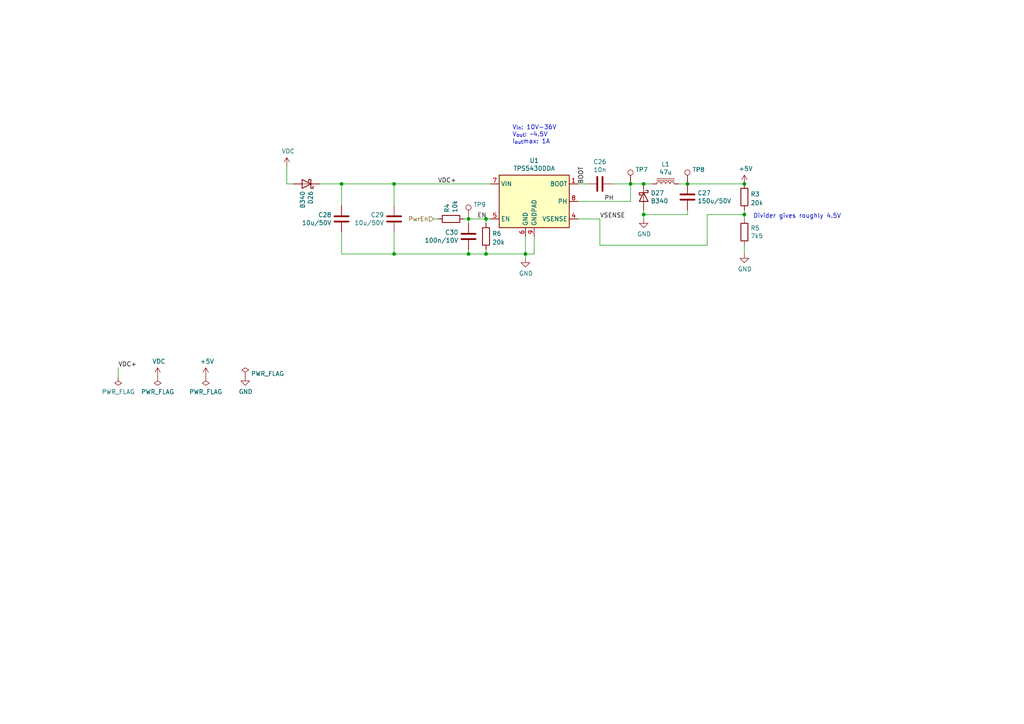
<source format=kicad_sch>
(kicad_sch (version 20211123) (generator eeschema)
  (paper "A4")
  (lib_symbols
    (symbol "Connector:TestPoint" (pin_numbers hide) (pin_names (offset 0.762) hide)
      (property "Reference" "TP" (at 0 6.858 0))
      (property "Value" "TestPoint" (at 0 5.08 0))
      (symbol "TestPoint_0_1"
        (circle (center 0 3.302) (radius 0.762))
      )
      (symbol "TestPoint_1_1"
        (pin passive line (at 0 0 90) (length 2.54) (name "1") (number "1"))
      )
    )
    (symbol "Device:C" (pin_numbers hide) (pin_names (offset 0.254))
      (property "Reference" "C" (at 0.635 2.54 0))
      (property "Value" "C" (at 0.635 -2.54 0))
      (symbol "C_0_1"
        (polyline (pts (xy -2.032 -0.762) (xy 2.032 -0.762)) (stroke (width 0.508)))
        (polyline (pts (xy -2.032 0.762) (xy 2.032 0.762)) (stroke (width 0.508)))
      )
      (symbol "C_1_1"
        (pin passive line (at 0 3.81 270) (length 2.794) (name "~") (number "1"))
        (pin passive line (at 0 -3.81 90) (length 2.794) (name "~") (number "2"))
      )
    )
    (symbol "Device:R" (pin_numbers hide) (pin_names (offset 0))
      (property "Reference" "R" (at 2.032 0 90))
      (property "Value" "R" (at 0 0 90))
      (symbol "R_0_1"
        (rectangle (start -1.016 -2.54) (end 1.016 2.54) (stroke (width 0.254)))
      )
      (symbol "R_1_1"
        (pin passive line (at 0 3.81 270) (length 1.27) (name "~") (number "1"))
        (pin passive line (at 0 -3.81 90) (length 1.27) (name "~") (number "2"))
      )
    )
    (symbol "Diode:B340" (pin_numbers hide) (pin_names (offset 1.016) hide)
      (property "Reference" "D" (at 0 2.54 0))
      (property "Value" "B340" (at 0 -2.54 0))
      (symbol "B340_0_1"
        (polyline (pts (xy 1.27 0) (xy -1.27 0)))
        (polyline (pts (xy 1.27 1.27) (xy 1.27 -1.27) (xy -1.27 0) (xy 1.27 1.27)) (stroke (width 0.254)))
        (polyline (pts (xy -1.905 0.635) (xy -1.905 1.27) (xy -1.27 1.27) (xy -1.27 -1.27) (xy -0.635 -1.27) (xy -0.635 -0.635)) (stroke (width 0.254)))
      )
      (symbol "B340_1_1"
        (pin passive line (at -3.81 0 0) (length 2.54) (name "K") (number "1"))
        (pin passive line (at 3.81 0 180) (length 2.54) (name "A") (number "2"))
      )
    )
    (symbol "LedWall-rescue:L_Core_Iron-Device" (pin_numbers hide) (pin_names (offset 1.016) hide)
      (property "Reference" "L" (at -1.27 0 90))
      (property "Value" "L_Core_Iron-Device" (at 2.794 0 90))
      (symbol "L_Core_Iron-Device_0_1"
        (arc (start 0 -2.54) (mid 0.635 -1.905) (end 0 -1.27))
        (arc (start 0 -1.27) (mid 0.635 -0.635) (end 0 0))
        (polyline (pts (xy 1.016 2.54) (xy 1.016 -2.54)))
        (polyline (pts (xy 1.524 -2.54) (xy 1.524 2.54)))
        (arc (start 0 0) (mid 0.635 0.635) (end 0 1.27))
        (arc (start 0 1.27) (mid 0.635 1.905) (end 0 2.54))
      )
      (symbol "L_Core_Iron-Device_1_1"
        (pin passive line (at 0 3.81 270) (length 1.27) (name "1") (number "1"))
        (pin passive line (at 0 -3.81 90) (length 1.27) (name "2") (number "2"))
      )
    )
    (symbol "Regulator_Switching:TPS5430DDA"
      (property "Reference" "U" (at -10.16 8.89 0))
      (property "Value" "TPS5430DDA" (at -1.27 8.89 0))
      (symbol "TPS5430DDA_0_1"
        (rectangle (start -10.16 7.62) (end 10.16 -7.62) (stroke (width 0.254)) (fill (type background)))
      )
      (symbol "TPS5430DDA_1_1"
        (pin input line (at 12.7 5.08 180) (length 2.54) (name "BOOT") (number "1"))
        (pin no_connect line (at -10.16 2.54 0) (length 2.54) hide (name "NC") (number "2"))
        (pin no_connect line (at -10.16 -2.54 0) (length 2.54) hide (name "NC") (number "3"))
        (pin input line (at 12.7 -5.08 180) (length 2.54) (name "VSENSE") (number "4"))
        (pin input line (at -12.7 -5.08 0) (length 2.54) (name "EN") (number "5"))
        (pin power_in line (at -2.54 -10.16 90) (length 2.54) (name "GND") (number "6"))
        (pin power_in line (at -12.7 5.08 0) (length 2.54) (name "VIN") (number "7"))
        (pin output line (at 12.7 0 180) (length 2.54) (name "PH") (number "8"))
        (pin power_in line (at 0 -10.16 90) (length 2.54) (name "GNDPAD") (number "9"))
      )
    )
    (symbol "power:+5V" (power) (pin_names (offset 0))
      (property "Value" "+5V" (at 0 3.556 0))
      (symbol "+5V_0_1"
        (polyline (pts (xy -0.762 1.27) (xy 0 2.54)))
        (polyline (pts (xy 0 0) (xy 0 2.54)))
        (polyline (pts (xy 0 2.54) (xy 0.762 1.27)))
      )
      (symbol "+5V_1_1"
        (pin power_in line (at 0 0 90) (length 0) hide (name "+5V") (number "1"))
      )
    )
    (symbol "power:GND" (power) (pin_names (offset 0))
      (property "Value" "GND" (at 0 -3.81 0))
      (symbol "GND_0_1"
        (polyline (pts (xy 0 0) (xy 0 -1.27) (xy 1.27 -1.27) (xy 0 -2.54) (xy -1.27 -1.27) (xy 0 -1.27)))
      )
      (symbol "GND_1_1"
        (pin power_in line (at 0 0 270) (length 0) hide (name "GND") (number "1"))
      )
    )
    (symbol "power:PWR_FLAG" (power) (pin_numbers hide) (pin_names (offset 0) hide)
      (property "Value" "PWR_FLAG" (at 0 3.81 0))
      (symbol "PWR_FLAG_0_0"
        (pin power_out line (at 0 0 90) (length 0) (name "pwr") (number "1"))
      )
      (symbol "PWR_FLAG_0_1"
        (polyline (pts (xy 0 0) (xy 0 1.27) (xy -1.016 1.905) (xy 0 2.54) (xy 1.016 1.905) (xy 0 1.27)))
      )
    )
    (symbol "power:VDC" (power) (pin_names (offset 0))
      (property "Value" "VDC" (at 0 6.35 0))
      (symbol "VDC_0_1"
        (polyline (pts (xy -0.762 1.27) (xy 0 2.54)))
        (polyline (pts (xy 0 0) (xy 0 2.54)))
        (polyline (pts (xy 0 2.54) (xy 0.762 1.27)))
      )
      (symbol "VDC_1_1"
        (pin power_in line (at 0 0 90) (length 0) hide (name "VDC") (number "1"))
      )
    )
  )
  (junction (at 135.89 63.5))
  (junction (at 182.88 53.34))
  (junction (at 152.4 73.66))
  (junction (at 135.89 73.66))
  (junction (at 186.69 62.23))
  (junction (at 140.97 63.5))
  (junction (at 215.9 62.23))
  (junction (at 140.97 73.66))
  (junction (at 99.06 53.34))
  (junction (at 215.9 53.34))
  (junction (at 199.39 53.34))
  (junction (at 114.3 53.34))
  (junction (at 114.3 73.66))
  (junction (at 186.69 53.34))
  (wire (pts (xy 170.18 53.34) (xy 167.64 53.34)))
  (wire (pts (xy 92.71 53.34) (xy 99.06 53.34)))
  (wire (pts (xy 83.185 53.34) (xy 83.185 48.26)))
  (wire (pts (xy 199.39 62.23) (xy 186.69 62.23)))
  (wire (pts (xy 114.3 53.34) (xy 114.3 59.69)))
  (wire (pts (xy 199.39 53.34) (xy 215.9 53.34)))
  (wire (pts (xy 125.73 63.5) (xy 127 63.5)))
  (wire (pts (xy 140.97 72.39) (xy 140.97 73.66)))
  (wire (pts (xy 205.105 62.23) (xy 215.9 62.23)))
  (wire (pts (xy 140.97 73.66) (xy 152.4 73.66)))
  (wire (pts (xy 135.89 72.39) (xy 135.89 73.66)))
  (wire (pts (xy 215.9 73.66) (xy 215.9 71.12)))
  (wire (pts (xy 173.99 63.5) (xy 167.64 63.5)))
  (wire (pts (xy 205.105 62.23) (xy 205.105 71.12)))
  (wire (pts (xy 215.9 60.96) (xy 215.9 62.23)))
  (wire (pts (xy 182.88 53.34) (xy 177.8 53.34)))
  (wire (pts (xy 114.3 53.34) (xy 142.24 53.34)))
  (wire (pts (xy 154.94 73.66) (xy 152.4 73.66)))
  (wire (pts (xy 135.89 63.5) (xy 140.97 63.5)))
  (wire (pts (xy 134.62 63.5) (xy 135.89 63.5)))
  (wire (pts (xy 152.4 74.93) (xy 152.4 73.66)))
  (wire (pts (xy 99.06 59.69) (xy 99.06 53.34)))
  (wire (pts (xy 152.4 73.66) (xy 152.4 68.58)))
  (wire (pts (xy 34.29 106.68) (xy 34.29 109.22)))
  (wire (pts (xy 186.69 53.34) (xy 182.88 53.34)))
  (wire (pts (xy 186.69 62.23) (xy 186.69 63.5)))
  (wire (pts (xy 205.105 71.12) (xy 173.99 71.12)))
  (wire (pts (xy 199.39 60.96) (xy 199.39 62.23)))
  (wire (pts (xy 114.3 73.66) (xy 99.06 73.66)))
  (wire (pts (xy 114.3 73.66) (xy 135.89 73.66)))
  (wire (pts (xy 114.3 67.31) (xy 114.3 73.66)))
  (wire (pts (xy 186.69 60.96) (xy 186.69 62.23)))
  (wire (pts (xy 182.88 58.42) (xy 182.88 53.34)))
  (wire (pts (xy 215.9 62.23) (xy 215.9 63.5)))
  (wire (pts (xy 189.23 53.34) (xy 186.69 53.34)))
  (wire (pts (xy 135.89 63.5) (xy 135.89 64.77)))
  (wire (pts (xy 140.97 63.5) (xy 142.24 63.5)))
  (wire (pts (xy 140.97 63.5) (xy 140.97 64.77)))
  (wire (pts (xy 196.85 53.34) (xy 199.39 53.34)))
  (wire (pts (xy 99.06 73.66) (xy 99.06 67.31)))
  (wire (pts (xy 167.64 58.42) (xy 182.88 58.42)))
  (wire (pts (xy 99.06 53.34) (xy 114.3 53.34)))
  (wire (pts (xy 154.94 68.58) (xy 154.94 73.66)))
  (wire (pts (xy 135.89 73.66) (xy 140.97 73.66)))
  (wire (pts (xy 85.09 53.34) (xy 83.185 53.34)))
  (wire (pts (xy 173.99 71.12) (xy 173.99 63.5)))
  (text "Divider gives roughly 4.5V" (at 218.44 63.5 0) (effects (font (size 1.27 1.27)) (justify left bottom)))
  (text "V_{in}: 10V-36V\nV_{out}: ~4.5V\nI_{out}max: 1A" (at 148.59 41.91 0) (effects (font (size 1.27 1.27)) (justify left bottom)))
  (label "VSENSE" (at 173.99 63.5 0))
  (label "VDC+" (at 127 53.34 0))
  (label "EN" (at 138.43 63.5 0))
  (label "VDC+" (at 34.29 106.68 0))
  (label "BOOT" (at 169.545 53.34 90))
  (label "PH" (at 175.26 58.42 0))
  (hierarchical_label "PwrEn" (shape input) (at 125.73 63.5 180))
  (symbol (lib_id "Regulator_Switching:TPS5430DDA") (at 154.94 58.42 0) (unit 1)
    (property "Reference" "U1" (at 154.94 46.5582 0))
    (property "Value" "TPS5430DDA" (at 154.94 48.8696 0))
    (property "Footprint" "Package_SO:TI_SO-PowerPAD-8_ThermalVias" (effects hide))
    (property "Datasheet" "http://www.ti.com/lit/ds/symlink/tps5430.pdf" (effects hide))
    (property "LCSC" "C9864" (effects hide))
  )
  (symbol (lib_id "power:VDC") (at 83.185 48.26 0) (unit 1)
    (property "Reference" "#PWR0102" (effects hide))
    (property "Value" "VDC" (at 83.566 43.8658 0))
  )
  (symbol (lib_id "power:GND") (at 152.4 74.93 0) (unit 1)
    (property "Reference" "#PWR0106" (effects hide))
    (property "Value" "GND" (at 152.527 79.3242 0))
  )
  (symbol (lib_id "Device:C") (at 114.3 63.5 0) (mirror x) (unit 1)
    (property "Reference" "C29" (at 111.4044 62.3316 0) (effects (justify right)))
    (property "Value" "10u/50V" (at 111.4044 64.643 0) (effects (justify right)))
    (property "Footprint" "Capacitor_SMD:C_1206_3216Metric_Pad1.33x1.80mm_HandSolder" (effects hide))
    (property "LCSC" "C13585" (effects hide))
  )
  (symbol (lib_id "Device:C") (at 173.99 53.34 270) (unit 1)
    (property "Reference" "C26" (at 173.99 46.9392 90))
    (property "Value" "10n" (at 173.99 49.2506 90))
    (property "Footprint" "Capacitor_SMD:C_0603_1608Metric_Pad1.08x0.95mm_HandSolder" (effects hide))
    (property "LCSC" "C57112" (effects hide))
  )
  (symbol (lib_id "LedWall-rescue:L_Core_Iron-Device") (at 193.04 53.34 90) (unit 1)
    (property "Reference" "L1" (at 193.04 47.625 90))
    (property "Value" "47u" (at 193.04 49.9364 90))
    (property "Footprint" "Ledwall:YNR6045-470M" (effects hide))
    (property "LCSC" "C497841" (effects hide))
  )
  (symbol (lib_id "power:GND") (at 186.69 63.5 0) (unit 1)
    (property "Reference" "#PWR0104" (effects hide))
    (property "Value" "GND" (at 186.817 67.8942 0))
  )
  (symbol (lib_id "Device:R") (at 215.9 67.31 0) (unit 1)
    (property "Reference" "R5" (at 217.678 66.1416 0) (effects (justify left)))
    (property "Value" "7k5" (at 217.678 68.453 0) (effects (justify left)))
    (property "Footprint" "Resistor_SMD:R_0603_1608Metric_Pad0.98x0.95mm_HandSolder" (effects hide))
    (property "LCSC" "C23234" (effects hide))
  )
  (symbol (lib_id "power:GND") (at 215.9 73.66 0) (unit 1)
    (property "Reference" "#PWR0105" (effects hide))
    (property "Value" "GND" (at 216.027 78.0542 0))
  )
  (symbol (lib_id "power:+5V") (at 215.9 53.34 0) (unit 1)
    (property "Reference" "#PWR0103" (effects hide))
    (property "Value" "+5V" (at 216.281 48.9458 0))
  )
  (symbol (lib_id "power:PWR_FLAG") (at 34.29 109.22 180) (unit 1)
    (property "Reference" "#FLG01" (effects hide))
    (property "Value" "PWR_FLAG" (at 34.29 113.6634 0))
  )
  (symbol (lib_id "power:PWR_FLAG") (at 59.69 109.22 180) (unit 1)
    (property "Reference" "#FLG03" (effects hide))
    (property "Value" "PWR_FLAG" (at 59.69 113.6634 0))
  )
  (symbol (lib_id "Connector:TestPoint") (at 135.89 63.5 0) (unit 1)
    (property "Reference" "TP9" (at 137.287 59.3633 0) (effects (justify left)))
    (property "Value" "TestPoint" (effects hide))
    (property "Footprint" "TestPoint:TestPoint_Loop_D1.80mm_Drill1.0mm_Beaded" (effects hide))
    (property "LCSC" "C238122" (effects hide))
  )
  (symbol (lib_id "Connector:TestPoint") (at 182.88 53.34 0) (unit 1)
    (property "Reference" "TP7" (at 184.277 49.2033 0) (effects (justify left)))
    (property "Value" "TestPoint" (effects hide))
    (property "Footprint" "TestPoint:TestPoint_Loop_D1.80mm_Drill1.0mm_Beaded" (effects hide))
    (property "LCSC" "C238122" (effects hide))
  )
  (symbol (lib_id "Device:C") (at 135.89 68.58 0) (mirror y) (unit 1)
    (property "Reference" "C30" (at 132.969 67.4116 0) (effects (justify left)))
    (property "Value" "100n/10V" (at 132.969 69.723 0) (effects (justify left)))
    (property "Footprint" "Capacitor_SMD:C_0603_1608Metric_Pad1.08x0.95mm_HandSolder" (effects hide))
    (property "LCSC" "C14663" (effects hide))
  )
  (symbol (lib_id "Device:R") (at 130.81 63.5 90) (unit 1)
    (property "Reference" "R4" (at 129.6416 61.722 0) (effects (justify left)))
    (property "Value" "10k" (at 131.953 61.722 0) (effects (justify left)))
    (property "Footprint" "Resistor_SMD:R_0603_1608Metric_Pad0.98x0.95mm_HandSolder" (effects hide))
    (property "LCSC" "C25804" (effects hide))
  )
  (symbol (lib_id "Device:C") (at 99.06 63.5 0) (mirror x) (unit 1)
    (property "Reference" "C28" (at 96.1644 62.3316 0) (effects (justify right)))
    (property "Value" "10u/50V" (at 96.1644 64.643 0) (effects (justify right)))
    (property "Footprint" "Capacitor_SMD:C_1206_3216Metric_Pad1.33x1.80mm_HandSolder" (effects hide))
    (property "LCSC" "C13585" (effects hide))
  )
  (symbol (lib_id "Connector:TestPoint") (at 199.39 53.34 0) (unit 1)
    (property "Reference" "TP8" (at 200.787 49.2033 0) (effects (justify left)))
    (property "Value" "TestPoint" (effects hide))
    (property "Footprint" "TestPoint:TestPoint_Loop_D1.80mm_Drill1.0mm_Beaded" (effects hide))
    (property "LCSC" "C238122" (effects hide))
  )
  (symbol (lib_id "Diode:B340") (at 186.69 57.15 270) (unit 1)
    (property "Reference" "D27" (at 188.722 55.9816 90) (effects (justify left)))
    (property "Value" "B340" (at 188.722 58.293 90) (effects (justify left)))
    (property "Footprint" "Diode_SMD:D_SOD-123" (effects hide))
    (property "Datasheet" "http://www.jameco.com/Jameco/Products/ProdDS/1538777.pdf" (effects hide))
    (property "LCSC" "C8598" (effects hide))
  )
  (symbol (lib_id "power:+5V") (at 59.69 109.22 0) (unit 1)
    (property "Reference" "#PWR0108" (effects hide))
    (property "Value" "+5V" (at 60.071 104.8258 0))
  )
  (symbol (lib_id "power:VDC") (at 45.72 109.22 0) (unit 1)
    (property "Reference" "#PWR0107" (effects hide))
    (property "Value" "VDC" (at 46.101 104.8258 0))
  )
  (symbol (lib_id "power:PWR_FLAG") (at 45.72 109.22 180) (unit 1)
    (property "Reference" "#FLG02" (effects hide))
    (property "Value" "PWR_FLAG" (at 45.72 113.6634 0))
  )
  (symbol (lib_id "Device:R") (at 215.9 57.15 0) (unit 1)
    (property "Reference" "R3" (at 217.678 56.3153 0) (effects (justify left)))
    (property "Value" "20k" (at 217.678 58.8522 0) (effects (justify left)))
    (property "Footprint" "Resistor_SMD:R_0603_1608Metric_Pad0.98x0.95mm_HandSolder" (effects hide))
    (property "LCSC" "C4184" (effects hide))
  )
  (symbol (lib_id "Device:R") (at 140.97 68.58 0) (unit 1)
    (property "Reference" "R6" (at 142.748 67.7453 0) (effects (justify left)))
    (property "Value" "20k" (at 142.748 70.2822 0) (effects (justify left)))
    (property "Footprint" "Resistor_SMD:R_0603_1608Metric_Pad0.98x0.95mm_HandSolder" (effects hide))
    (property "LCSC" "C4184" (effects hide))
  )
  (symbol (lib_id "Diode:B340") (at 88.9 53.34 180) (unit 1)
    (property "Reference" "D26" (at 90.0684 55.372 90) (effects (justify left)))
    (property "Value" "B340" (at 87.757 55.372 90) (effects (justify left)))
    (property "Footprint" "Diode_SMD:D_SOD-123" (effects hide))
    (property "Datasheet" "http://www.jameco.com/Jameco/Products/ProdDS/1538777.pdf" (effects hide))
    (property "LCSC" "C8598" (effects hide))
  )
  (symbol (lib_id "Device:C") (at 199.39 57.15 180) (unit 1)
    (property "Reference" "C27" (at 202.2856 55.9816 0) (effects (justify right)))
    (property "Value" "150u/50V" (at 202.2856 58.293 0) (effects (justify right)))
    (property "Footprint" "Capacitor_SMD:C_Elec_10x10.2" (effects hide))
    (property "LCSC" "C72490" (effects hide))
  )
  (symbol (lib_id "power:GND") (at 71.12 109.22 0) (unit 1)
    (property "Reference" "#PWR0109" (effects hide))
    (property "Value" "GND" (at 71.247 113.6142 0))
  )
  (symbol (lib_id "power:PWR_FLAG") (at 71.12 109.22 0) (unit 1)
    (property "Reference" "#FLG04" (effects hide))
    (property "Value" "PWR_FLAG" (at 72.771 108.3838 0) (effects (justify left)))
  )
)
</source>
